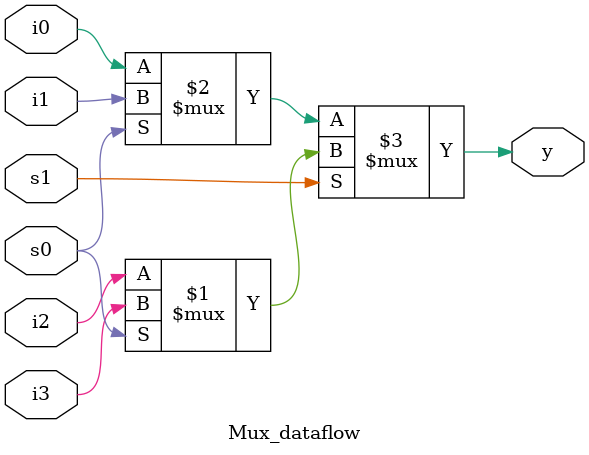
<source format=v>
module Mux_dataflow(
input i0,i1,i2,i3,s0,s1,
output y);

assign y= s1?(s0?i3:i2) : (s0?i1:i0);

endmodule

</source>
